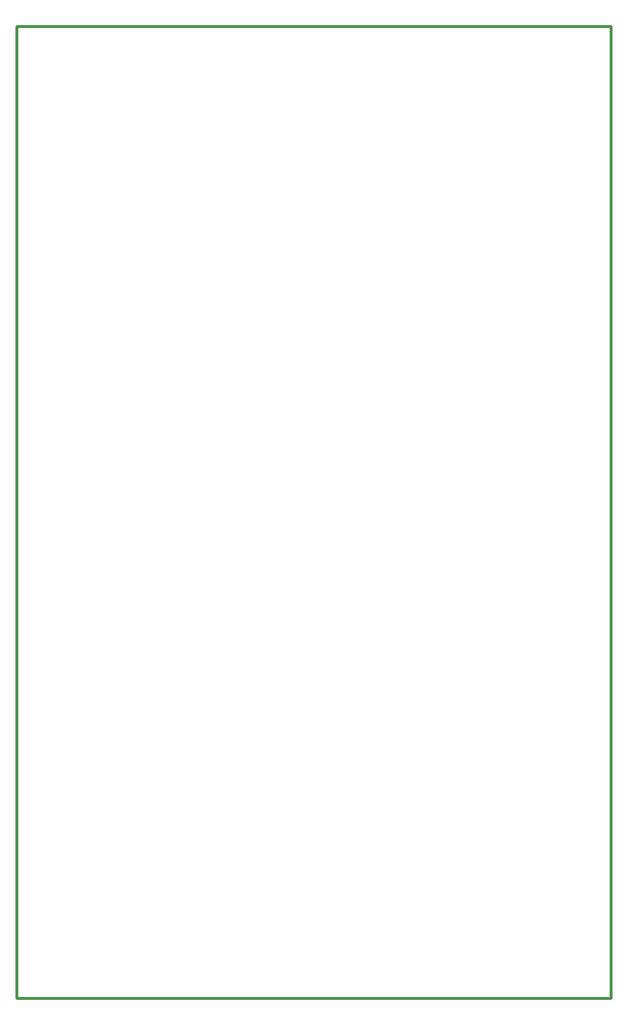
<source format=gm1>
G04*
G04 #@! TF.GenerationSoftware,Altium Limited,Altium Designer,19.0.14 (431)*
G04*
G04 Layer_Color=16777215*
%FSLAX25Y25*%
%MOIN*%
G70*
G01*
G75*
%ADD10C,0.01000*%
D10*
X205500Y335500D02*
X205500Y0D01*
X-0Y0D02*
X205500Y0D01*
X0Y335500D02*
X205500Y335500D01*
X0Y0D02*
Y335500D01*
M02*

</source>
